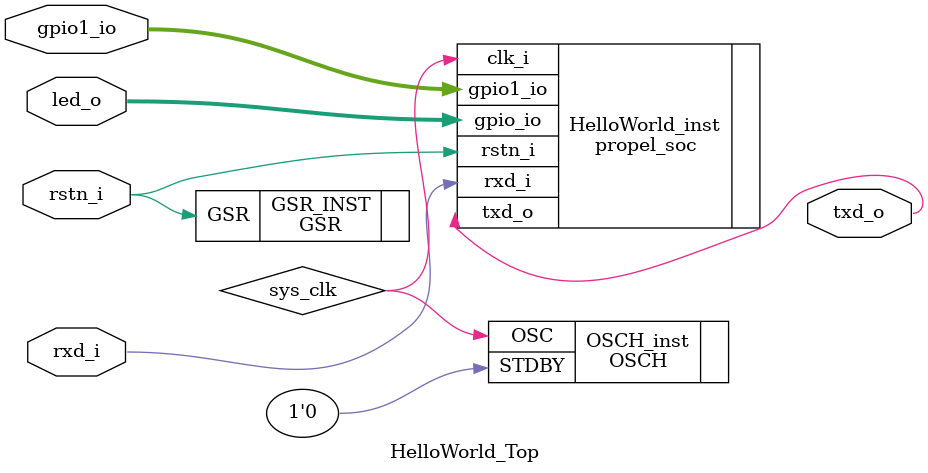
<source format=v>

`timescale 1 ps / 1 ps 

module HelloWorld_Top (
	input  rstn_i,
	input  rxd_i,
	output txd_o,
	inout [7:0] led_o,
	inout [3:0] gpio1_io
);

GSR GSR_INST(.GSR(rstn_i));
wire sys_clk /*synthesis syn_keep = 1*/; 

OSCH #(.NOM_FREQ("38.00")) OSCH_inst (.STDBY(1'b0), .OSC(sys_clk));

propel_soc HelloWorld_inst (
	.clk_i(sys_clk),
	.rstn_i(rstn_i),
	.rxd_i(rxd_i),
	.txd_o(txd_o),
	.gpio_io(led_o),
	.gpio1_io(gpio1_io)
);

endmodule

</source>
